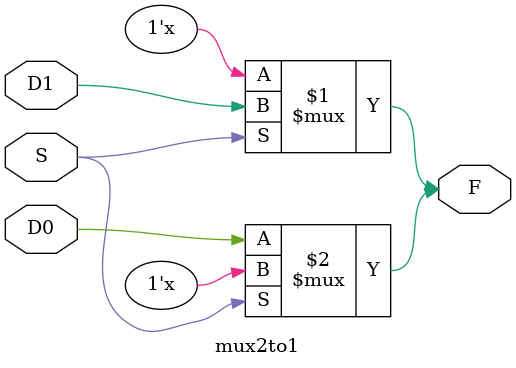
<source format=v>
module mux2to1(
    input D0,
    input D1,
    input S,      
    output F

    );

bufif1 buff1 (F, D1, S);   
bufif0 buff2 (F, D0, S);



endmodule
</source>
